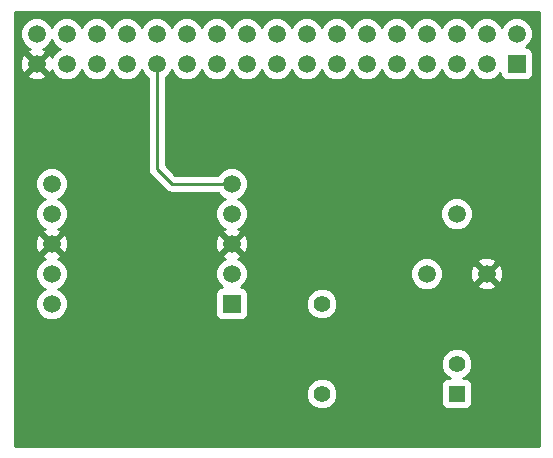
<source format=gtl>
G04 (created by PCBNEW (2013-07-07 BZR 4022)-stable) date 2/25/2014 3:14:01 PM*
%MOIN*%
G04 Gerber Fmt 3.4, Leading zero omitted, Abs format*
%FSLAX34Y34*%
G01*
G70*
G90*
G04 APERTURE LIST*
%ADD10C,0.00590551*%
%ADD11C,0.055*%
%ADD12C,0.0590551*%
%ADD13R,0.0590551X0.0590551*%
%ADD14R,0.055X0.055*%
%ADD15C,0.01*%
G04 APERTURE END LIST*
G54D10*
G54D11*
X52000Y-33500D03*
X52000Y-30500D03*
G54D12*
X55500Y-29500D03*
X57500Y-29500D03*
X56500Y-27500D03*
G54D13*
X49000Y-30500D03*
G54D12*
X49000Y-29500D03*
X49000Y-28500D03*
X49000Y-27500D03*
X49000Y-26500D03*
X43000Y-26500D03*
X43000Y-27500D03*
X43000Y-28500D03*
X43000Y-29500D03*
X43000Y-30500D03*
G54D14*
X56500Y-33500D03*
G54D11*
X56500Y-32500D03*
G54D13*
X58500Y-22500D03*
G54D12*
X58500Y-21500D03*
X57500Y-22500D03*
X57500Y-21500D03*
X56500Y-22500D03*
X56500Y-21500D03*
X55500Y-22500D03*
X55500Y-21500D03*
X54500Y-22500D03*
X54500Y-21500D03*
X53500Y-22500D03*
X53500Y-21500D03*
X52500Y-22500D03*
X52500Y-21500D03*
X51500Y-22500D03*
X51500Y-21500D03*
X50500Y-22500D03*
X50500Y-21500D03*
X49500Y-22500D03*
X49500Y-21500D03*
X48500Y-22500D03*
X48500Y-21500D03*
X47500Y-22500D03*
X47500Y-21500D03*
X46500Y-22500D03*
X46500Y-21500D03*
X45500Y-22500D03*
X45500Y-21500D03*
X44500Y-22500D03*
X44500Y-21500D03*
X43500Y-22500D03*
X43500Y-21500D03*
X42500Y-22500D03*
X42500Y-21500D03*
G54D15*
X49000Y-26500D02*
X47000Y-26500D01*
X46500Y-26000D02*
X46500Y-22500D01*
X47000Y-26500D02*
X46500Y-26000D01*
G54D10*
G36*
X59230Y-35230D02*
X59045Y-35230D01*
X59045Y-21392D01*
X58962Y-21191D01*
X58809Y-21038D01*
X58608Y-20954D01*
X58392Y-20954D01*
X58191Y-21037D01*
X58038Y-21190D01*
X58000Y-21282D01*
X57962Y-21191D01*
X57809Y-21038D01*
X57608Y-20954D01*
X57392Y-20954D01*
X57191Y-21037D01*
X57038Y-21190D01*
X57000Y-21282D01*
X56962Y-21191D01*
X56809Y-21038D01*
X56608Y-20954D01*
X56392Y-20954D01*
X56191Y-21037D01*
X56038Y-21190D01*
X56000Y-21282D01*
X55962Y-21191D01*
X55809Y-21038D01*
X55608Y-20954D01*
X55392Y-20954D01*
X55191Y-21037D01*
X55038Y-21190D01*
X55000Y-21282D01*
X54962Y-21191D01*
X54809Y-21038D01*
X54608Y-20954D01*
X54392Y-20954D01*
X54191Y-21037D01*
X54038Y-21190D01*
X54000Y-21282D01*
X53962Y-21191D01*
X53809Y-21038D01*
X53608Y-20954D01*
X53392Y-20954D01*
X53191Y-21037D01*
X53038Y-21190D01*
X53000Y-21282D01*
X52962Y-21191D01*
X52809Y-21038D01*
X52608Y-20954D01*
X52392Y-20954D01*
X52191Y-21037D01*
X52038Y-21190D01*
X52000Y-21282D01*
X51962Y-21191D01*
X51809Y-21038D01*
X51608Y-20954D01*
X51392Y-20954D01*
X51191Y-21037D01*
X51038Y-21190D01*
X51000Y-21282D01*
X50962Y-21191D01*
X50809Y-21038D01*
X50608Y-20954D01*
X50392Y-20954D01*
X50191Y-21037D01*
X50038Y-21190D01*
X50000Y-21282D01*
X49962Y-21191D01*
X49809Y-21038D01*
X49608Y-20954D01*
X49392Y-20954D01*
X49191Y-21037D01*
X49038Y-21190D01*
X49000Y-21282D01*
X48962Y-21191D01*
X48809Y-21038D01*
X48608Y-20954D01*
X48392Y-20954D01*
X48191Y-21037D01*
X48038Y-21190D01*
X48000Y-21282D01*
X47962Y-21191D01*
X47809Y-21038D01*
X47608Y-20954D01*
X47392Y-20954D01*
X47191Y-21037D01*
X47038Y-21190D01*
X47000Y-21282D01*
X46962Y-21191D01*
X46809Y-21038D01*
X46608Y-20954D01*
X46392Y-20954D01*
X46191Y-21037D01*
X46038Y-21190D01*
X46000Y-21282D01*
X45962Y-21191D01*
X45809Y-21038D01*
X45608Y-20954D01*
X45392Y-20954D01*
X45191Y-21037D01*
X45038Y-21190D01*
X45000Y-21282D01*
X44962Y-21191D01*
X44809Y-21038D01*
X44608Y-20954D01*
X44392Y-20954D01*
X44191Y-21037D01*
X44038Y-21190D01*
X44000Y-21282D01*
X43962Y-21191D01*
X43809Y-21038D01*
X43608Y-20954D01*
X43392Y-20954D01*
X43191Y-21037D01*
X43038Y-21190D01*
X43000Y-21282D01*
X42962Y-21191D01*
X42809Y-21038D01*
X42608Y-20954D01*
X42392Y-20954D01*
X42191Y-21037D01*
X42038Y-21190D01*
X41954Y-21391D01*
X41954Y-21607D01*
X42037Y-21808D01*
X42190Y-21961D01*
X42275Y-21997D01*
X42214Y-22022D01*
X42188Y-22117D01*
X42500Y-22429D01*
X42811Y-22117D01*
X42785Y-22022D01*
X42719Y-21999D01*
X42808Y-21962D01*
X42961Y-21809D01*
X42999Y-21717D01*
X43037Y-21808D01*
X43190Y-21961D01*
X43282Y-21999D01*
X43191Y-22037D01*
X43038Y-22190D01*
X43002Y-22275D01*
X42977Y-22214D01*
X42882Y-22188D01*
X42570Y-22500D01*
X42882Y-22811D01*
X42977Y-22785D01*
X43000Y-22719D01*
X43037Y-22808D01*
X43190Y-22961D01*
X43391Y-23045D01*
X43607Y-23045D01*
X43808Y-22962D01*
X43961Y-22809D01*
X43999Y-22717D01*
X44037Y-22808D01*
X44190Y-22961D01*
X44391Y-23045D01*
X44607Y-23045D01*
X44808Y-22962D01*
X44961Y-22809D01*
X44999Y-22717D01*
X45037Y-22808D01*
X45190Y-22961D01*
X45391Y-23045D01*
X45607Y-23045D01*
X45808Y-22962D01*
X45961Y-22809D01*
X45999Y-22717D01*
X46037Y-22808D01*
X46190Y-22961D01*
X46200Y-22965D01*
X46200Y-26000D01*
X46222Y-26114D01*
X46287Y-26212D01*
X46787Y-26712D01*
X46787Y-26712D01*
X46885Y-26777D01*
X47000Y-26800D01*
X48533Y-26800D01*
X48537Y-26808D01*
X48690Y-26961D01*
X48782Y-26999D01*
X48691Y-27037D01*
X48538Y-27190D01*
X48454Y-27391D01*
X48454Y-27607D01*
X48537Y-27808D01*
X48690Y-27961D01*
X48775Y-27997D01*
X48714Y-28022D01*
X48688Y-28117D01*
X49000Y-28429D01*
X49311Y-28117D01*
X49285Y-28022D01*
X49219Y-27999D01*
X49308Y-27962D01*
X49461Y-27809D01*
X49545Y-27608D01*
X49545Y-27392D01*
X49462Y-27191D01*
X49309Y-27038D01*
X49217Y-27000D01*
X49308Y-26962D01*
X49461Y-26809D01*
X49545Y-26608D01*
X49545Y-26392D01*
X49462Y-26191D01*
X49309Y-26038D01*
X49108Y-25954D01*
X48892Y-25954D01*
X48691Y-26037D01*
X48538Y-26190D01*
X48534Y-26200D01*
X47124Y-26200D01*
X46800Y-25875D01*
X46800Y-22966D01*
X46808Y-22962D01*
X46961Y-22809D01*
X46999Y-22717D01*
X47037Y-22808D01*
X47190Y-22961D01*
X47391Y-23045D01*
X47607Y-23045D01*
X47808Y-22962D01*
X47961Y-22809D01*
X47999Y-22717D01*
X48037Y-22808D01*
X48190Y-22961D01*
X48391Y-23045D01*
X48607Y-23045D01*
X48808Y-22962D01*
X48961Y-22809D01*
X48999Y-22717D01*
X49037Y-22808D01*
X49190Y-22961D01*
X49391Y-23045D01*
X49607Y-23045D01*
X49808Y-22962D01*
X49961Y-22809D01*
X49999Y-22717D01*
X50037Y-22808D01*
X50190Y-22961D01*
X50391Y-23045D01*
X50607Y-23045D01*
X50808Y-22962D01*
X50961Y-22809D01*
X50999Y-22717D01*
X51037Y-22808D01*
X51190Y-22961D01*
X51391Y-23045D01*
X51607Y-23045D01*
X51808Y-22962D01*
X51961Y-22809D01*
X51999Y-22717D01*
X52037Y-22808D01*
X52190Y-22961D01*
X52391Y-23045D01*
X52607Y-23045D01*
X52808Y-22962D01*
X52961Y-22809D01*
X52999Y-22717D01*
X53037Y-22808D01*
X53190Y-22961D01*
X53391Y-23045D01*
X53607Y-23045D01*
X53808Y-22962D01*
X53961Y-22809D01*
X53999Y-22717D01*
X54037Y-22808D01*
X54190Y-22961D01*
X54391Y-23045D01*
X54607Y-23045D01*
X54808Y-22962D01*
X54961Y-22809D01*
X54999Y-22717D01*
X55037Y-22808D01*
X55190Y-22961D01*
X55391Y-23045D01*
X55607Y-23045D01*
X55808Y-22962D01*
X55961Y-22809D01*
X55999Y-22717D01*
X56037Y-22808D01*
X56190Y-22961D01*
X56391Y-23045D01*
X56607Y-23045D01*
X56808Y-22962D01*
X56961Y-22809D01*
X56999Y-22717D01*
X57037Y-22808D01*
X57190Y-22961D01*
X57391Y-23045D01*
X57607Y-23045D01*
X57808Y-22962D01*
X57954Y-22816D01*
X57954Y-22844D01*
X57992Y-22936D01*
X58062Y-23007D01*
X58154Y-23045D01*
X58254Y-23045D01*
X58844Y-23045D01*
X58936Y-23007D01*
X59007Y-22937D01*
X59045Y-22845D01*
X59045Y-22745D01*
X59045Y-22155D01*
X59007Y-22063D01*
X58937Y-21992D01*
X58845Y-21954D01*
X58816Y-21954D01*
X58961Y-21809D01*
X59045Y-21608D01*
X59045Y-21392D01*
X59045Y-35230D01*
X58050Y-35230D01*
X58050Y-29580D01*
X58039Y-29363D01*
X57977Y-29214D01*
X57882Y-29188D01*
X57811Y-29258D01*
X57811Y-29117D01*
X57785Y-29022D01*
X57580Y-28949D01*
X57363Y-28960D01*
X57214Y-29022D01*
X57188Y-29117D01*
X57500Y-29429D01*
X57811Y-29117D01*
X57811Y-29258D01*
X57570Y-29500D01*
X57882Y-29811D01*
X57977Y-29785D01*
X58050Y-29580D01*
X58050Y-35230D01*
X57811Y-35230D01*
X57811Y-29882D01*
X57500Y-29570D01*
X57429Y-29641D01*
X57429Y-29500D01*
X57117Y-29188D01*
X57045Y-29208D01*
X57045Y-27392D01*
X56962Y-27191D01*
X56809Y-27038D01*
X56608Y-26954D01*
X56392Y-26954D01*
X56191Y-27037D01*
X56038Y-27190D01*
X55954Y-27391D01*
X55954Y-27607D01*
X56037Y-27808D01*
X56190Y-27961D01*
X56391Y-28045D01*
X56607Y-28045D01*
X56808Y-27962D01*
X56961Y-27809D01*
X57045Y-27608D01*
X57045Y-27392D01*
X57045Y-29208D01*
X57022Y-29214D01*
X56949Y-29419D01*
X56960Y-29636D01*
X57022Y-29785D01*
X57117Y-29811D01*
X57429Y-29500D01*
X57429Y-29641D01*
X57188Y-29882D01*
X57214Y-29977D01*
X57419Y-30050D01*
X57636Y-30039D01*
X57785Y-29977D01*
X57811Y-29882D01*
X57811Y-35230D01*
X57025Y-35230D01*
X57025Y-32396D01*
X56945Y-32203D01*
X56797Y-32055D01*
X56604Y-31975D01*
X56396Y-31974D01*
X56203Y-32054D01*
X56055Y-32202D01*
X56045Y-32225D01*
X56045Y-29392D01*
X55962Y-29191D01*
X55809Y-29038D01*
X55608Y-28954D01*
X55392Y-28954D01*
X55191Y-29037D01*
X55038Y-29190D01*
X54954Y-29391D01*
X54954Y-29607D01*
X55037Y-29808D01*
X55190Y-29961D01*
X55391Y-30045D01*
X55607Y-30045D01*
X55808Y-29962D01*
X55961Y-29809D01*
X56045Y-29608D01*
X56045Y-29392D01*
X56045Y-32225D01*
X55975Y-32395D01*
X55974Y-32603D01*
X56054Y-32797D01*
X56202Y-32944D01*
X56274Y-32974D01*
X56175Y-32974D01*
X56083Y-33012D01*
X56013Y-33083D01*
X55975Y-33175D01*
X55974Y-33274D01*
X55974Y-33824D01*
X56012Y-33916D01*
X56083Y-33986D01*
X56175Y-34024D01*
X56274Y-34025D01*
X56824Y-34025D01*
X56916Y-33987D01*
X56986Y-33916D01*
X57024Y-33824D01*
X57025Y-33725D01*
X57025Y-33175D01*
X56987Y-33083D01*
X56916Y-33013D01*
X56824Y-32975D01*
X56725Y-32974D01*
X56725Y-32974D01*
X56797Y-32945D01*
X56944Y-32797D01*
X57024Y-32604D01*
X57025Y-32396D01*
X57025Y-35230D01*
X52525Y-35230D01*
X52525Y-33396D01*
X52525Y-30396D01*
X52445Y-30203D01*
X52297Y-30055D01*
X52104Y-29975D01*
X51896Y-29974D01*
X51703Y-30054D01*
X51555Y-30202D01*
X51475Y-30395D01*
X51474Y-30603D01*
X51554Y-30797D01*
X51702Y-30944D01*
X51895Y-31024D01*
X52103Y-31025D01*
X52297Y-30945D01*
X52444Y-30797D01*
X52524Y-30604D01*
X52525Y-30396D01*
X52525Y-33396D01*
X52445Y-33203D01*
X52297Y-33055D01*
X52104Y-32975D01*
X51896Y-32974D01*
X51703Y-33054D01*
X51555Y-33202D01*
X51475Y-33395D01*
X51474Y-33603D01*
X51554Y-33797D01*
X51702Y-33944D01*
X51895Y-34024D01*
X52103Y-34025D01*
X52297Y-33945D01*
X52444Y-33797D01*
X52524Y-33604D01*
X52525Y-33396D01*
X52525Y-35230D01*
X49550Y-35230D01*
X49550Y-28580D01*
X49539Y-28363D01*
X49477Y-28214D01*
X49382Y-28188D01*
X49070Y-28500D01*
X49382Y-28811D01*
X49477Y-28785D01*
X49550Y-28580D01*
X49550Y-35230D01*
X49545Y-35230D01*
X49545Y-29392D01*
X49462Y-29191D01*
X49309Y-29038D01*
X49224Y-29002D01*
X49285Y-28977D01*
X49311Y-28882D01*
X49000Y-28570D01*
X48929Y-28641D01*
X48929Y-28500D01*
X48617Y-28188D01*
X48522Y-28214D01*
X48449Y-28419D01*
X48460Y-28636D01*
X48522Y-28785D01*
X48617Y-28811D01*
X48929Y-28500D01*
X48929Y-28641D01*
X48688Y-28882D01*
X48714Y-28977D01*
X48780Y-29000D01*
X48691Y-29037D01*
X48538Y-29190D01*
X48454Y-29391D01*
X48454Y-29607D01*
X48537Y-29808D01*
X48683Y-29954D01*
X48655Y-29954D01*
X48563Y-29992D01*
X48492Y-30062D01*
X48454Y-30154D01*
X48454Y-30254D01*
X48454Y-30844D01*
X48492Y-30936D01*
X48562Y-31007D01*
X48654Y-31045D01*
X48754Y-31045D01*
X49344Y-31045D01*
X49436Y-31007D01*
X49507Y-30937D01*
X49545Y-30845D01*
X49545Y-30745D01*
X49545Y-30155D01*
X49507Y-30063D01*
X49437Y-29992D01*
X49345Y-29954D01*
X49316Y-29954D01*
X49461Y-29809D01*
X49545Y-29608D01*
X49545Y-29392D01*
X49545Y-35230D01*
X43550Y-35230D01*
X43550Y-28580D01*
X43545Y-28488D01*
X43545Y-27392D01*
X43462Y-27191D01*
X43309Y-27038D01*
X43217Y-27000D01*
X43308Y-26962D01*
X43461Y-26809D01*
X43545Y-26608D01*
X43545Y-26392D01*
X43462Y-26191D01*
X43309Y-26038D01*
X43108Y-25954D01*
X42892Y-25954D01*
X42811Y-25987D01*
X42811Y-22882D01*
X42500Y-22570D01*
X42429Y-22641D01*
X42429Y-22500D01*
X42117Y-22188D01*
X42022Y-22214D01*
X41949Y-22419D01*
X41960Y-22636D01*
X42022Y-22785D01*
X42117Y-22811D01*
X42429Y-22500D01*
X42429Y-22641D01*
X42188Y-22882D01*
X42214Y-22977D01*
X42419Y-23050D01*
X42636Y-23039D01*
X42785Y-22977D01*
X42811Y-22882D01*
X42811Y-25987D01*
X42691Y-26037D01*
X42538Y-26190D01*
X42454Y-26391D01*
X42454Y-26607D01*
X42537Y-26808D01*
X42690Y-26961D01*
X42782Y-26999D01*
X42691Y-27037D01*
X42538Y-27190D01*
X42454Y-27391D01*
X42454Y-27607D01*
X42537Y-27808D01*
X42690Y-27961D01*
X42775Y-27997D01*
X42714Y-28022D01*
X42688Y-28117D01*
X43000Y-28429D01*
X43311Y-28117D01*
X43285Y-28022D01*
X43219Y-27999D01*
X43308Y-27962D01*
X43461Y-27809D01*
X43545Y-27608D01*
X43545Y-27392D01*
X43545Y-28488D01*
X43539Y-28363D01*
X43477Y-28214D01*
X43382Y-28188D01*
X43070Y-28500D01*
X43382Y-28811D01*
X43477Y-28785D01*
X43550Y-28580D01*
X43550Y-35230D01*
X43545Y-35230D01*
X43545Y-30392D01*
X43462Y-30191D01*
X43309Y-30038D01*
X43217Y-30000D01*
X43308Y-29962D01*
X43461Y-29809D01*
X43545Y-29608D01*
X43545Y-29392D01*
X43462Y-29191D01*
X43309Y-29038D01*
X43224Y-29002D01*
X43285Y-28977D01*
X43311Y-28882D01*
X43000Y-28570D01*
X42929Y-28641D01*
X42929Y-28500D01*
X42617Y-28188D01*
X42522Y-28214D01*
X42449Y-28419D01*
X42460Y-28636D01*
X42522Y-28785D01*
X42617Y-28811D01*
X42929Y-28500D01*
X42929Y-28641D01*
X42688Y-28882D01*
X42714Y-28977D01*
X42780Y-29000D01*
X42691Y-29037D01*
X42538Y-29190D01*
X42454Y-29391D01*
X42454Y-29607D01*
X42537Y-29808D01*
X42690Y-29961D01*
X42782Y-29999D01*
X42691Y-30037D01*
X42538Y-30190D01*
X42454Y-30391D01*
X42454Y-30607D01*
X42537Y-30808D01*
X42690Y-30961D01*
X42891Y-31045D01*
X43107Y-31045D01*
X43308Y-30962D01*
X43461Y-30809D01*
X43545Y-30608D01*
X43545Y-30392D01*
X43545Y-35230D01*
X41769Y-35230D01*
X41769Y-20769D01*
X59230Y-20769D01*
X59230Y-35230D01*
X59230Y-35230D01*
G37*
G54D15*
X59230Y-35230D02*
X59045Y-35230D01*
X59045Y-21392D01*
X58962Y-21191D01*
X58809Y-21038D01*
X58608Y-20954D01*
X58392Y-20954D01*
X58191Y-21037D01*
X58038Y-21190D01*
X58000Y-21282D01*
X57962Y-21191D01*
X57809Y-21038D01*
X57608Y-20954D01*
X57392Y-20954D01*
X57191Y-21037D01*
X57038Y-21190D01*
X57000Y-21282D01*
X56962Y-21191D01*
X56809Y-21038D01*
X56608Y-20954D01*
X56392Y-20954D01*
X56191Y-21037D01*
X56038Y-21190D01*
X56000Y-21282D01*
X55962Y-21191D01*
X55809Y-21038D01*
X55608Y-20954D01*
X55392Y-20954D01*
X55191Y-21037D01*
X55038Y-21190D01*
X55000Y-21282D01*
X54962Y-21191D01*
X54809Y-21038D01*
X54608Y-20954D01*
X54392Y-20954D01*
X54191Y-21037D01*
X54038Y-21190D01*
X54000Y-21282D01*
X53962Y-21191D01*
X53809Y-21038D01*
X53608Y-20954D01*
X53392Y-20954D01*
X53191Y-21037D01*
X53038Y-21190D01*
X53000Y-21282D01*
X52962Y-21191D01*
X52809Y-21038D01*
X52608Y-20954D01*
X52392Y-20954D01*
X52191Y-21037D01*
X52038Y-21190D01*
X52000Y-21282D01*
X51962Y-21191D01*
X51809Y-21038D01*
X51608Y-20954D01*
X51392Y-20954D01*
X51191Y-21037D01*
X51038Y-21190D01*
X51000Y-21282D01*
X50962Y-21191D01*
X50809Y-21038D01*
X50608Y-20954D01*
X50392Y-20954D01*
X50191Y-21037D01*
X50038Y-21190D01*
X50000Y-21282D01*
X49962Y-21191D01*
X49809Y-21038D01*
X49608Y-20954D01*
X49392Y-20954D01*
X49191Y-21037D01*
X49038Y-21190D01*
X49000Y-21282D01*
X48962Y-21191D01*
X48809Y-21038D01*
X48608Y-20954D01*
X48392Y-20954D01*
X48191Y-21037D01*
X48038Y-21190D01*
X48000Y-21282D01*
X47962Y-21191D01*
X47809Y-21038D01*
X47608Y-20954D01*
X47392Y-20954D01*
X47191Y-21037D01*
X47038Y-21190D01*
X47000Y-21282D01*
X46962Y-21191D01*
X46809Y-21038D01*
X46608Y-20954D01*
X46392Y-20954D01*
X46191Y-21037D01*
X46038Y-21190D01*
X46000Y-21282D01*
X45962Y-21191D01*
X45809Y-21038D01*
X45608Y-20954D01*
X45392Y-20954D01*
X45191Y-21037D01*
X45038Y-21190D01*
X45000Y-21282D01*
X44962Y-21191D01*
X44809Y-21038D01*
X44608Y-20954D01*
X44392Y-20954D01*
X44191Y-21037D01*
X44038Y-21190D01*
X44000Y-21282D01*
X43962Y-21191D01*
X43809Y-21038D01*
X43608Y-20954D01*
X43392Y-20954D01*
X43191Y-21037D01*
X43038Y-21190D01*
X43000Y-21282D01*
X42962Y-21191D01*
X42809Y-21038D01*
X42608Y-20954D01*
X42392Y-20954D01*
X42191Y-21037D01*
X42038Y-21190D01*
X41954Y-21391D01*
X41954Y-21607D01*
X42037Y-21808D01*
X42190Y-21961D01*
X42275Y-21997D01*
X42214Y-22022D01*
X42188Y-22117D01*
X42500Y-22429D01*
X42811Y-22117D01*
X42785Y-22022D01*
X42719Y-21999D01*
X42808Y-21962D01*
X42961Y-21809D01*
X42999Y-21717D01*
X43037Y-21808D01*
X43190Y-21961D01*
X43282Y-21999D01*
X43191Y-22037D01*
X43038Y-22190D01*
X43002Y-22275D01*
X42977Y-22214D01*
X42882Y-22188D01*
X42570Y-22500D01*
X42882Y-22811D01*
X42977Y-22785D01*
X43000Y-22719D01*
X43037Y-22808D01*
X43190Y-22961D01*
X43391Y-23045D01*
X43607Y-23045D01*
X43808Y-22962D01*
X43961Y-22809D01*
X43999Y-22717D01*
X44037Y-22808D01*
X44190Y-22961D01*
X44391Y-23045D01*
X44607Y-23045D01*
X44808Y-22962D01*
X44961Y-22809D01*
X44999Y-22717D01*
X45037Y-22808D01*
X45190Y-22961D01*
X45391Y-23045D01*
X45607Y-23045D01*
X45808Y-22962D01*
X45961Y-22809D01*
X45999Y-22717D01*
X46037Y-22808D01*
X46190Y-22961D01*
X46200Y-22965D01*
X46200Y-26000D01*
X46222Y-26114D01*
X46287Y-26212D01*
X46787Y-26712D01*
X46787Y-26712D01*
X46885Y-26777D01*
X47000Y-26800D01*
X48533Y-26800D01*
X48537Y-26808D01*
X48690Y-26961D01*
X48782Y-26999D01*
X48691Y-27037D01*
X48538Y-27190D01*
X48454Y-27391D01*
X48454Y-27607D01*
X48537Y-27808D01*
X48690Y-27961D01*
X48775Y-27997D01*
X48714Y-28022D01*
X48688Y-28117D01*
X49000Y-28429D01*
X49311Y-28117D01*
X49285Y-28022D01*
X49219Y-27999D01*
X49308Y-27962D01*
X49461Y-27809D01*
X49545Y-27608D01*
X49545Y-27392D01*
X49462Y-27191D01*
X49309Y-27038D01*
X49217Y-27000D01*
X49308Y-26962D01*
X49461Y-26809D01*
X49545Y-26608D01*
X49545Y-26392D01*
X49462Y-26191D01*
X49309Y-26038D01*
X49108Y-25954D01*
X48892Y-25954D01*
X48691Y-26037D01*
X48538Y-26190D01*
X48534Y-26200D01*
X47124Y-26200D01*
X46800Y-25875D01*
X46800Y-22966D01*
X46808Y-22962D01*
X46961Y-22809D01*
X46999Y-22717D01*
X47037Y-22808D01*
X47190Y-22961D01*
X47391Y-23045D01*
X47607Y-23045D01*
X47808Y-22962D01*
X47961Y-22809D01*
X47999Y-22717D01*
X48037Y-22808D01*
X48190Y-22961D01*
X48391Y-23045D01*
X48607Y-23045D01*
X48808Y-22962D01*
X48961Y-22809D01*
X48999Y-22717D01*
X49037Y-22808D01*
X49190Y-22961D01*
X49391Y-23045D01*
X49607Y-23045D01*
X49808Y-22962D01*
X49961Y-22809D01*
X49999Y-22717D01*
X50037Y-22808D01*
X50190Y-22961D01*
X50391Y-23045D01*
X50607Y-23045D01*
X50808Y-22962D01*
X50961Y-22809D01*
X50999Y-22717D01*
X51037Y-22808D01*
X51190Y-22961D01*
X51391Y-23045D01*
X51607Y-23045D01*
X51808Y-22962D01*
X51961Y-22809D01*
X51999Y-22717D01*
X52037Y-22808D01*
X52190Y-22961D01*
X52391Y-23045D01*
X52607Y-23045D01*
X52808Y-22962D01*
X52961Y-22809D01*
X52999Y-22717D01*
X53037Y-22808D01*
X53190Y-22961D01*
X53391Y-23045D01*
X53607Y-23045D01*
X53808Y-22962D01*
X53961Y-22809D01*
X53999Y-22717D01*
X54037Y-22808D01*
X54190Y-22961D01*
X54391Y-23045D01*
X54607Y-23045D01*
X54808Y-22962D01*
X54961Y-22809D01*
X54999Y-22717D01*
X55037Y-22808D01*
X55190Y-22961D01*
X55391Y-23045D01*
X55607Y-23045D01*
X55808Y-22962D01*
X55961Y-22809D01*
X55999Y-22717D01*
X56037Y-22808D01*
X56190Y-22961D01*
X56391Y-23045D01*
X56607Y-23045D01*
X56808Y-22962D01*
X56961Y-22809D01*
X56999Y-22717D01*
X57037Y-22808D01*
X57190Y-22961D01*
X57391Y-23045D01*
X57607Y-23045D01*
X57808Y-22962D01*
X57954Y-22816D01*
X57954Y-22844D01*
X57992Y-22936D01*
X58062Y-23007D01*
X58154Y-23045D01*
X58254Y-23045D01*
X58844Y-23045D01*
X58936Y-23007D01*
X59007Y-22937D01*
X59045Y-22845D01*
X59045Y-22745D01*
X59045Y-22155D01*
X59007Y-22063D01*
X58937Y-21992D01*
X58845Y-21954D01*
X58816Y-21954D01*
X58961Y-21809D01*
X59045Y-21608D01*
X59045Y-21392D01*
X59045Y-35230D01*
X58050Y-35230D01*
X58050Y-29580D01*
X58039Y-29363D01*
X57977Y-29214D01*
X57882Y-29188D01*
X57811Y-29258D01*
X57811Y-29117D01*
X57785Y-29022D01*
X57580Y-28949D01*
X57363Y-28960D01*
X57214Y-29022D01*
X57188Y-29117D01*
X57500Y-29429D01*
X57811Y-29117D01*
X57811Y-29258D01*
X57570Y-29500D01*
X57882Y-29811D01*
X57977Y-29785D01*
X58050Y-29580D01*
X58050Y-35230D01*
X57811Y-35230D01*
X57811Y-29882D01*
X57500Y-29570D01*
X57429Y-29641D01*
X57429Y-29500D01*
X57117Y-29188D01*
X57045Y-29208D01*
X57045Y-27392D01*
X56962Y-27191D01*
X56809Y-27038D01*
X56608Y-26954D01*
X56392Y-26954D01*
X56191Y-27037D01*
X56038Y-27190D01*
X55954Y-27391D01*
X55954Y-27607D01*
X56037Y-27808D01*
X56190Y-27961D01*
X56391Y-28045D01*
X56607Y-28045D01*
X56808Y-27962D01*
X56961Y-27809D01*
X57045Y-27608D01*
X57045Y-27392D01*
X57045Y-29208D01*
X57022Y-29214D01*
X56949Y-29419D01*
X56960Y-29636D01*
X57022Y-29785D01*
X57117Y-29811D01*
X57429Y-29500D01*
X57429Y-29641D01*
X57188Y-29882D01*
X57214Y-29977D01*
X57419Y-30050D01*
X57636Y-30039D01*
X57785Y-29977D01*
X57811Y-29882D01*
X57811Y-35230D01*
X57025Y-35230D01*
X57025Y-32396D01*
X56945Y-32203D01*
X56797Y-32055D01*
X56604Y-31975D01*
X56396Y-31974D01*
X56203Y-32054D01*
X56055Y-32202D01*
X56045Y-32225D01*
X56045Y-29392D01*
X55962Y-29191D01*
X55809Y-29038D01*
X55608Y-28954D01*
X55392Y-28954D01*
X55191Y-29037D01*
X55038Y-29190D01*
X54954Y-29391D01*
X54954Y-29607D01*
X55037Y-29808D01*
X55190Y-29961D01*
X55391Y-30045D01*
X55607Y-30045D01*
X55808Y-29962D01*
X55961Y-29809D01*
X56045Y-29608D01*
X56045Y-29392D01*
X56045Y-32225D01*
X55975Y-32395D01*
X55974Y-32603D01*
X56054Y-32797D01*
X56202Y-32944D01*
X56274Y-32974D01*
X56175Y-32974D01*
X56083Y-33012D01*
X56013Y-33083D01*
X55975Y-33175D01*
X55974Y-33274D01*
X55974Y-33824D01*
X56012Y-33916D01*
X56083Y-33986D01*
X56175Y-34024D01*
X56274Y-34025D01*
X56824Y-34025D01*
X56916Y-33987D01*
X56986Y-33916D01*
X57024Y-33824D01*
X57025Y-33725D01*
X57025Y-33175D01*
X56987Y-33083D01*
X56916Y-33013D01*
X56824Y-32975D01*
X56725Y-32974D01*
X56725Y-32974D01*
X56797Y-32945D01*
X56944Y-32797D01*
X57024Y-32604D01*
X57025Y-32396D01*
X57025Y-35230D01*
X52525Y-35230D01*
X52525Y-33396D01*
X52525Y-30396D01*
X52445Y-30203D01*
X52297Y-30055D01*
X52104Y-29975D01*
X51896Y-29974D01*
X51703Y-30054D01*
X51555Y-30202D01*
X51475Y-30395D01*
X51474Y-30603D01*
X51554Y-30797D01*
X51702Y-30944D01*
X51895Y-31024D01*
X52103Y-31025D01*
X52297Y-30945D01*
X52444Y-30797D01*
X52524Y-30604D01*
X52525Y-30396D01*
X52525Y-33396D01*
X52445Y-33203D01*
X52297Y-33055D01*
X52104Y-32975D01*
X51896Y-32974D01*
X51703Y-33054D01*
X51555Y-33202D01*
X51475Y-33395D01*
X51474Y-33603D01*
X51554Y-33797D01*
X51702Y-33944D01*
X51895Y-34024D01*
X52103Y-34025D01*
X52297Y-33945D01*
X52444Y-33797D01*
X52524Y-33604D01*
X52525Y-33396D01*
X52525Y-35230D01*
X49550Y-35230D01*
X49550Y-28580D01*
X49539Y-28363D01*
X49477Y-28214D01*
X49382Y-28188D01*
X49070Y-28500D01*
X49382Y-28811D01*
X49477Y-28785D01*
X49550Y-28580D01*
X49550Y-35230D01*
X49545Y-35230D01*
X49545Y-29392D01*
X49462Y-29191D01*
X49309Y-29038D01*
X49224Y-29002D01*
X49285Y-28977D01*
X49311Y-28882D01*
X49000Y-28570D01*
X48929Y-28641D01*
X48929Y-28500D01*
X48617Y-28188D01*
X48522Y-28214D01*
X48449Y-28419D01*
X48460Y-28636D01*
X48522Y-28785D01*
X48617Y-28811D01*
X48929Y-28500D01*
X48929Y-28641D01*
X48688Y-28882D01*
X48714Y-28977D01*
X48780Y-29000D01*
X48691Y-29037D01*
X48538Y-29190D01*
X48454Y-29391D01*
X48454Y-29607D01*
X48537Y-29808D01*
X48683Y-29954D01*
X48655Y-29954D01*
X48563Y-29992D01*
X48492Y-30062D01*
X48454Y-30154D01*
X48454Y-30254D01*
X48454Y-30844D01*
X48492Y-30936D01*
X48562Y-31007D01*
X48654Y-31045D01*
X48754Y-31045D01*
X49344Y-31045D01*
X49436Y-31007D01*
X49507Y-30937D01*
X49545Y-30845D01*
X49545Y-30745D01*
X49545Y-30155D01*
X49507Y-30063D01*
X49437Y-29992D01*
X49345Y-29954D01*
X49316Y-29954D01*
X49461Y-29809D01*
X49545Y-29608D01*
X49545Y-29392D01*
X49545Y-35230D01*
X43550Y-35230D01*
X43550Y-28580D01*
X43545Y-28488D01*
X43545Y-27392D01*
X43462Y-27191D01*
X43309Y-27038D01*
X43217Y-27000D01*
X43308Y-26962D01*
X43461Y-26809D01*
X43545Y-26608D01*
X43545Y-26392D01*
X43462Y-26191D01*
X43309Y-26038D01*
X43108Y-25954D01*
X42892Y-25954D01*
X42811Y-25987D01*
X42811Y-22882D01*
X42500Y-22570D01*
X42429Y-22641D01*
X42429Y-22500D01*
X42117Y-22188D01*
X42022Y-22214D01*
X41949Y-22419D01*
X41960Y-22636D01*
X42022Y-22785D01*
X42117Y-22811D01*
X42429Y-22500D01*
X42429Y-22641D01*
X42188Y-22882D01*
X42214Y-22977D01*
X42419Y-23050D01*
X42636Y-23039D01*
X42785Y-22977D01*
X42811Y-22882D01*
X42811Y-25987D01*
X42691Y-26037D01*
X42538Y-26190D01*
X42454Y-26391D01*
X42454Y-26607D01*
X42537Y-26808D01*
X42690Y-26961D01*
X42782Y-26999D01*
X42691Y-27037D01*
X42538Y-27190D01*
X42454Y-27391D01*
X42454Y-27607D01*
X42537Y-27808D01*
X42690Y-27961D01*
X42775Y-27997D01*
X42714Y-28022D01*
X42688Y-28117D01*
X43000Y-28429D01*
X43311Y-28117D01*
X43285Y-28022D01*
X43219Y-27999D01*
X43308Y-27962D01*
X43461Y-27809D01*
X43545Y-27608D01*
X43545Y-27392D01*
X43545Y-28488D01*
X43539Y-28363D01*
X43477Y-28214D01*
X43382Y-28188D01*
X43070Y-28500D01*
X43382Y-28811D01*
X43477Y-28785D01*
X43550Y-28580D01*
X43550Y-35230D01*
X43545Y-35230D01*
X43545Y-30392D01*
X43462Y-30191D01*
X43309Y-30038D01*
X43217Y-30000D01*
X43308Y-29962D01*
X43461Y-29809D01*
X43545Y-29608D01*
X43545Y-29392D01*
X43462Y-29191D01*
X43309Y-29038D01*
X43224Y-29002D01*
X43285Y-28977D01*
X43311Y-28882D01*
X43000Y-28570D01*
X42929Y-28641D01*
X42929Y-28500D01*
X42617Y-28188D01*
X42522Y-28214D01*
X42449Y-28419D01*
X42460Y-28636D01*
X42522Y-28785D01*
X42617Y-28811D01*
X42929Y-28500D01*
X42929Y-28641D01*
X42688Y-28882D01*
X42714Y-28977D01*
X42780Y-29000D01*
X42691Y-29037D01*
X42538Y-29190D01*
X42454Y-29391D01*
X42454Y-29607D01*
X42537Y-29808D01*
X42690Y-29961D01*
X42782Y-29999D01*
X42691Y-30037D01*
X42538Y-30190D01*
X42454Y-30391D01*
X42454Y-30607D01*
X42537Y-30808D01*
X42690Y-30961D01*
X42891Y-31045D01*
X43107Y-31045D01*
X43308Y-30962D01*
X43461Y-30809D01*
X43545Y-30608D01*
X43545Y-30392D01*
X43545Y-35230D01*
X41769Y-35230D01*
X41769Y-20769D01*
X59230Y-20769D01*
X59230Y-35230D01*
M02*

</source>
